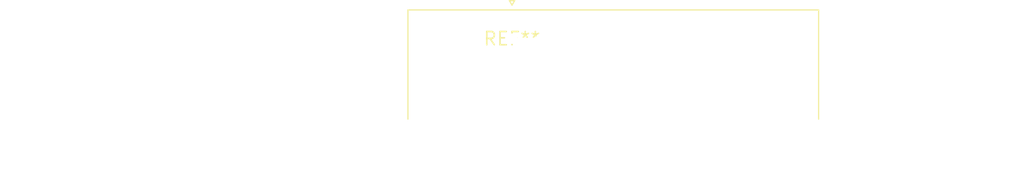
<source format=kicad_pcb>
(kicad_pcb (version 20240108) (generator pcbnew)
  (layers (0 "F.Cu" signal) (31 "B.Cu" signal) (34 "B.Paste" user) (35 "F.Paste" user) (36 "B.SilkS" user "B.Silkscreen") (37 "F.SilkS" user "F.Silkscreen") (38 "B.Mask" user) (39 "F.Mask" user) (44 "Edge.Cuts" user))
  (net 0 "")
  (footprint "DSUB-15_Male_Horizontal_P2.77x2.84mm_EdgePinOffset4.94mm_Housed_MountingHolesOffset7.48mm" (layer "F.Cu") (at 0 0)
    (property "Reference" "REF**")
    (property "Value" "DSUB-15_Male_Horizontal_P2.77x2.84mm_EdgePinOffset4.94mm_Housed_MountingHolesOffset7.48mm")
    (fp_line (start -9.965 -2.76) (end 29.355 -2.76) (layer "F.SilkS") (stroke (width 0.12)))
    (fp_line (start -9.965 7.72) (end -9.965 -2.76) (layer "F.SilkS") (stroke (width 0.12)))
    (fp_line (start -0.25 -3.654338) (end 0.25 -3.654338) (layer "F.SilkS") (stroke (width 0.12)))
    (fp_line (start 0 -3.221325) (end -0.25 -3.654338) (layer "F.SilkS") (stroke (width 0.12)))
    (fp_line (start 0.25 -3.654338) (end 0 -3.221325) (layer "F.SilkS") (stroke (width 0.12)))
    (fp_line (start 29.355 -2.76) (end 29.355 7.72) (layer "F.SilkS") (stroke (width 0.12)))
    (pad "0" thru_hole circle (at -6.955 0.3) (size 4 4) (drill 3.2) (layers *.Cu *.Mask) (remove_unused_layers))
    (pad "0" thru_hole circle (at 26.345 0.3) (size 4 4) (drill 3.2) (layers *.Cu *.Mask) (remove_unused_layers))
    (pad "1" thru_hole rect (at 0 0) (size 1.6 1.6) (drill 1) (layers *.Cu *.Mask) (remove_unused_layers))
    (pad "2" thru_hole circle (at 2.77 0) (size 1.6 1.6) (drill 1) (layers *.Cu *.Mask) (remove_unused_layers))
    (pad "3" thru_hole circle (at 5.54 0) (size 1.6 1.6) (drill 1) (layers *.Cu *.Mask) (remove_unused_layers))
    (pad "4" thru_hole circle (at 8.31 0) (size 1.6 1.6) (drill 1) (layers *.Cu *.Mask) (remove_unused_layers))
    (pad "5" thru_hole circle (at 11.08 0) (size 1.6 1.6) (drill 1) (layers *.Cu *.Mask) (remove_unused_layers))
    (pad "6" thru_hole circle (at 13.85 0) (size 1.6 1.6) (drill 1) (layers *.Cu *.Mask) (remove_unused_layers))
    (pad "7" thru_hole circle (at 16.62 0) (size 1.6 1.6) (drill 1) (layers *.Cu *.Mask) (remove_unused_layers))
    (pad "8" thru_hole circle (at 19.39 0) (size 1.6 1.6) (drill 1) (layers *.Cu *.Mask) (remove_unused_layers))
    (pad "9" thru_hole circle (at 1.385 2.84) (size 1.6 1.6) (drill 1) (layers *.Cu *.Mask) (remove_unused_layers))
    (pad "10" thru_hole circle (at 4.155 2.84) (size 1.6 1.6) (drill 1) (layers *.Cu *.Mask) (remove_unused_layers))
    (pad "11" thru_hole circle (at 6.925 2.84) (size 1.6 1.6) (drill 1) (layers *.Cu *.Mask) (remove_unused_layers))
    (pad "12" thru_hole circle (at 9.695 2.84) (size 1.6 1.6) (drill 1) (layers *.Cu *.Mask) (remove_unused_layers))
    (pad "13" thru_hole circle (at 12.465 2.84) (size 1.6 1.6) (drill 1) (layers *.Cu *.Mask) (remove_unused_layers))
    (pad "14" thru_hole circle (at 15.235 2.84) (size 1.6 1.6) (drill 1) (layers *.Cu *.Mask) (remove_unused_layers))
    (pad "15" thru_hole circle (at 18.005 2.84) (size 1.6 1.6) (drill 1) (layers *.Cu *.Mask) (remove_unused_layers))
  )
)
</source>
